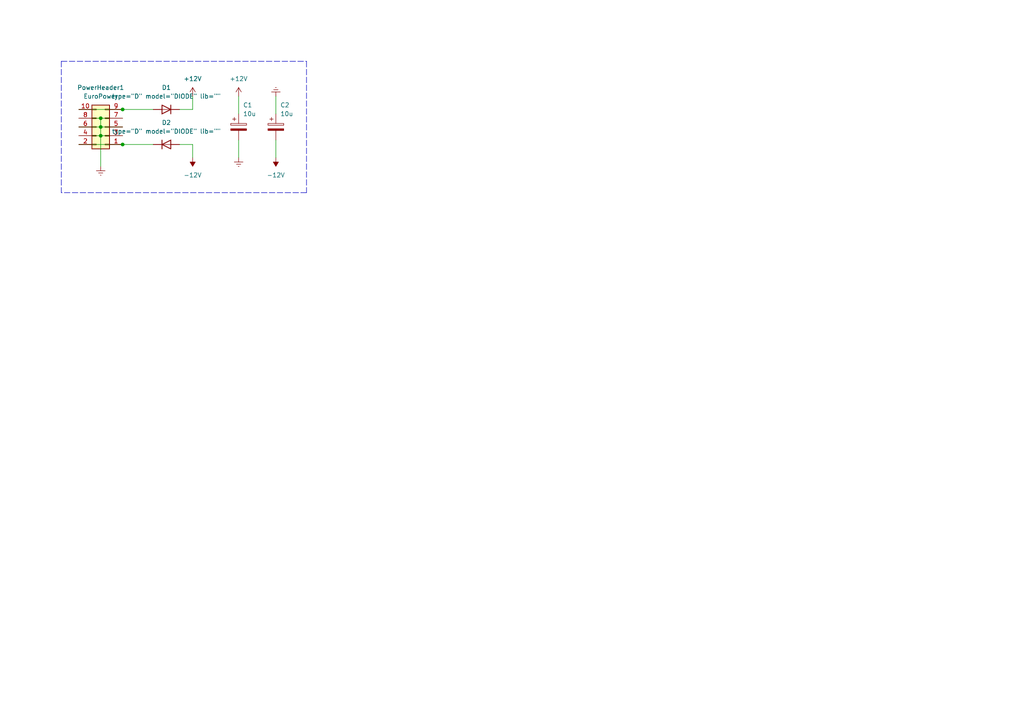
<source format=kicad_sch>
(kicad_sch (version 20211123) (generator eeschema)

  (uuid 4e861688-f76d-4846-81a3-359bef1f427a)

  (paper "A4")

  (title_block
    (title "Eurorack Module")
    (rev "0.1.0")
  )

  (lib_symbols
    (symbol "Connector_Generic:Conn_02x05_Odd_Even" (pin_names (offset 1.016) hide) (in_bom yes) (on_board yes)
      (property "Reference" "J" (id 0) (at 1.27 7.62 0)
        (effects (font (size 1.27 1.27)))
      )
      (property "Value" "Conn_02x05_Odd_Even" (id 1) (at 1.27 -7.62 0)
        (effects (font (size 1.27 1.27)))
      )
      (property "Footprint" "" (id 2) (at 0 0 0)
        (effects (font (size 1.27 1.27)) hide)
      )
      (property "Datasheet" "~" (id 3) (at 0 0 0)
        (effects (font (size 1.27 1.27)) hide)
      )
      (property "ki_keywords" "connector" (id 4) (at 0 0 0)
        (effects (font (size 1.27 1.27)) hide)
      )
      (property "ki_description" "Generic connector, double row, 02x05, odd/even pin numbering scheme (row 1 odd numbers, row 2 even numbers), script generated (kicad-library-utils/schlib/autogen/connector/)" (id 5) (at 0 0 0)
        (effects (font (size 1.27 1.27)) hide)
      )
      (property "ki_fp_filters" "Connector*:*_2x??_*" (id 6) (at 0 0 0)
        (effects (font (size 1.27 1.27)) hide)
      )
      (symbol "Conn_02x05_Odd_Even_1_1"
        (rectangle (start -1.27 -4.953) (end 0 -5.207)
          (stroke (width 0.1524) (type default) (color 0 0 0 0))
          (fill (type none))
        )
        (rectangle (start -1.27 -2.413) (end 0 -2.667)
          (stroke (width 0.1524) (type default) (color 0 0 0 0))
          (fill (type none))
        )
        (rectangle (start -1.27 0.127) (end 0 -0.127)
          (stroke (width 0.1524) (type default) (color 0 0 0 0))
          (fill (type none))
        )
        (rectangle (start -1.27 2.667) (end 0 2.413)
          (stroke (width 0.1524) (type default) (color 0 0 0 0))
          (fill (type none))
        )
        (rectangle (start -1.27 5.207) (end 0 4.953)
          (stroke (width 0.1524) (type default) (color 0 0 0 0))
          (fill (type none))
        )
        (rectangle (start -1.27 6.35) (end 3.81 -6.35)
          (stroke (width 0.254) (type default) (color 0 0 0 0))
          (fill (type background))
        )
        (rectangle (start 3.81 -4.953) (end 2.54 -5.207)
          (stroke (width 0.1524) (type default) (color 0 0 0 0))
          (fill (type none))
        )
        (rectangle (start 3.81 -2.413) (end 2.54 -2.667)
          (stroke (width 0.1524) (type default) (color 0 0 0 0))
          (fill (type none))
        )
        (rectangle (start 3.81 0.127) (end 2.54 -0.127)
          (stroke (width 0.1524) (type default) (color 0 0 0 0))
          (fill (type none))
        )
        (rectangle (start 3.81 2.667) (end 2.54 2.413)
          (stroke (width 0.1524) (type default) (color 0 0 0 0))
          (fill (type none))
        )
        (rectangle (start 3.81 5.207) (end 2.54 4.953)
          (stroke (width 0.1524) (type default) (color 0 0 0 0))
          (fill (type none))
        )
        (pin passive line (at -5.08 5.08 0) (length 3.81)
          (name "Pin_1" (effects (font (size 1.27 1.27))))
          (number "1" (effects (font (size 1.27 1.27))))
        )
        (pin passive line (at 7.62 -5.08 180) (length 3.81)
          (name "Pin_10" (effects (font (size 1.27 1.27))))
          (number "10" (effects (font (size 1.27 1.27))))
        )
        (pin passive line (at 7.62 5.08 180) (length 3.81)
          (name "Pin_2" (effects (font (size 1.27 1.27))))
          (number "2" (effects (font (size 1.27 1.27))))
        )
        (pin passive line (at -5.08 2.54 0) (length 3.81)
          (name "Pin_3" (effects (font (size 1.27 1.27))))
          (number "3" (effects (font (size 1.27 1.27))))
        )
        (pin passive line (at 7.62 2.54 180) (length 3.81)
          (name "Pin_4" (effects (font (size 1.27 1.27))))
          (number "4" (effects (font (size 1.27 1.27))))
        )
        (pin passive line (at -5.08 0 0) (length 3.81)
          (name "Pin_5" (effects (font (size 1.27 1.27))))
          (number "5" (effects (font (size 1.27 1.27))))
        )
        (pin passive line (at 7.62 0 180) (length 3.81)
          (name "Pin_6" (effects (font (size 1.27 1.27))))
          (number "6" (effects (font (size 1.27 1.27))))
        )
        (pin passive line (at -5.08 -2.54 0) (length 3.81)
          (name "Pin_7" (effects (font (size 1.27 1.27))))
          (number "7" (effects (font (size 1.27 1.27))))
        )
        (pin passive line (at 7.62 -2.54 180) (length 3.81)
          (name "Pin_8" (effects (font (size 1.27 1.27))))
          (number "8" (effects (font (size 1.27 1.27))))
        )
        (pin passive line (at -5.08 -5.08 0) (length 3.81)
          (name "Pin_9" (effects (font (size 1.27 1.27))))
          (number "9" (effects (font (size 1.27 1.27))))
        )
      )
    )
    (symbol "Device:C_Polarized" (pin_numbers hide) (pin_names (offset 0.254)) (in_bom yes) (on_board yes)
      (property "Reference" "C" (id 0) (at 0.635 2.54 0)
        (effects (font (size 1.27 1.27)) (justify left))
      )
      (property "Value" "C_Polarized" (id 1) (at 0.635 -2.54 0)
        (effects (font (size 1.27 1.27)) (justify left))
      )
      (property "Footprint" "" (id 2) (at 0.9652 -3.81 0)
        (effects (font (size 1.27 1.27)) hide)
      )
      (property "Datasheet" "~" (id 3) (at 0 0 0)
        (effects (font (size 1.27 1.27)) hide)
      )
      (property "ki_keywords" "cap capacitor" (id 4) (at 0 0 0)
        (effects (font (size 1.27 1.27)) hide)
      )
      (property "ki_description" "Polarized capacitor" (id 5) (at 0 0 0)
        (effects (font (size 1.27 1.27)) hide)
      )
      (property "ki_fp_filters" "CP_*" (id 6) (at 0 0 0)
        (effects (font (size 1.27 1.27)) hide)
      )
      (symbol "C_Polarized_0_1"
        (rectangle (start -2.286 0.508) (end 2.286 1.016)
          (stroke (width 0) (type default) (color 0 0 0 0))
          (fill (type none))
        )
        (polyline
          (pts
            (xy -1.778 2.286)
            (xy -0.762 2.286)
          )
          (stroke (width 0) (type default) (color 0 0 0 0))
          (fill (type none))
        )
        (polyline
          (pts
            (xy -1.27 2.794)
            (xy -1.27 1.778)
          )
          (stroke (width 0) (type default) (color 0 0 0 0))
          (fill (type none))
        )
        (rectangle (start 2.286 -0.508) (end -2.286 -1.016)
          (stroke (width 0) (type default) (color 0 0 0 0))
          (fill (type outline))
        )
      )
      (symbol "C_Polarized_1_1"
        (pin passive line (at 0 3.81 270) (length 2.794)
          (name "~" (effects (font (size 1.27 1.27))))
          (number "1" (effects (font (size 1.27 1.27))))
        )
        (pin passive line (at 0 -3.81 90) (length 2.794)
          (name "~" (effects (font (size 1.27 1.27))))
          (number "2" (effects (font (size 1.27 1.27))))
        )
      )
    )
    (symbol "Simulation_SPICE:DIODE" (pin_numbers hide) (pin_names (offset 1.016) hide) (in_bom yes) (on_board yes)
      (property "Reference" "D" (id 0) (at 0 2.54 0)
        (effects (font (size 1.27 1.27)))
      )
      (property "Value" "DIODE" (id 1) (at 0 -2.54 0)
        (effects (font (size 1.27 1.27)))
      )
      (property "Footprint" "" (id 2) (at 0 0 0)
        (effects (font (size 1.27 1.27)) hide)
      )
      (property "Datasheet" "~" (id 3) (at 0 0 0)
        (effects (font (size 1.27 1.27)) hide)
      )
      (property "Spice_Netlist_Enabled" "Y" (id 4) (at 0 0 0)
        (effects (font (size 1.27 1.27)) (justify left) hide)
      )
      (property "Spice_Primitive" "D" (id 5) (at 0 0 0)
        (effects (font (size 1.27 1.27)) (justify left) hide)
      )
      (property "ki_keywords" "simulation" (id 6) (at 0 0 0)
        (effects (font (size 1.27 1.27)) hide)
      )
      (property "ki_description" "Diode, anode on pin 1, for simulation only!" (id 7) (at 0 0 0)
        (effects (font (size 1.27 1.27)) hide)
      )
      (symbol "DIODE_0_1"
        (polyline
          (pts
            (xy 1.27 0)
            (xy -1.27 0)
          )
          (stroke (width 0) (type default) (color 0 0 0 0))
          (fill (type none))
        )
        (polyline
          (pts
            (xy 1.27 1.27)
            (xy 1.27 -1.27)
          )
          (stroke (width 0.254) (type default) (color 0 0 0 0))
          (fill (type none))
        )
        (polyline
          (pts
            (xy -1.27 -1.27)
            (xy -1.27 1.27)
            (xy 1.27 0)
            (xy -1.27 -1.27)
          )
          (stroke (width 0.254) (type default) (color 0 0 0 0))
          (fill (type none))
        )
      )
      (symbol "DIODE_1_1"
        (pin passive line (at -3.81 0 0) (length 2.54)
          (name "A" (effects (font (size 1.27 1.27))))
          (number "1" (effects (font (size 1.27 1.27))))
        )
        (pin passive line (at 3.81 0 180) (length 2.54)
          (name "K" (effects (font (size 1.27 1.27))))
          (number "2" (effects (font (size 1.27 1.27))))
        )
      )
    )
    (symbol "power:+12V" (power) (pin_names (offset 0)) (in_bom yes) (on_board yes)
      (property "Reference" "#PWR" (id 0) (at 0 -3.81 0)
        (effects (font (size 1.27 1.27)) hide)
      )
      (property "Value" "+12V" (id 1) (at 0 3.556 0)
        (effects (font (size 1.27 1.27)))
      )
      (property "Footprint" "" (id 2) (at 0 0 0)
        (effects (font (size 1.27 1.27)) hide)
      )
      (property "Datasheet" "" (id 3) (at 0 0 0)
        (effects (font (size 1.27 1.27)) hide)
      )
      (property "ki_keywords" "power-flag" (id 4) (at 0 0 0)
        (effects (font (size 1.27 1.27)) hide)
      )
      (property "ki_description" "Power symbol creates a global label with name \"+12V\"" (id 5) (at 0 0 0)
        (effects (font (size 1.27 1.27)) hide)
      )
      (symbol "+12V_0_1"
        (polyline
          (pts
            (xy -0.762 1.27)
            (xy 0 2.54)
          )
          (stroke (width 0) (type default) (color 0 0 0 0))
          (fill (type none))
        )
        (polyline
          (pts
            (xy 0 0)
            (xy 0 2.54)
          )
          (stroke (width 0) (type default) (color 0 0 0 0))
          (fill (type none))
        )
        (polyline
          (pts
            (xy 0 2.54)
            (xy 0.762 1.27)
          )
          (stroke (width 0) (type default) (color 0 0 0 0))
          (fill (type none))
        )
      )
      (symbol "+12V_1_1"
        (pin power_in line (at 0 0 90) (length 0) hide
          (name "+12V" (effects (font (size 1.27 1.27))))
          (number "1" (effects (font (size 1.27 1.27))))
        )
      )
    )
    (symbol "power:-12V" (power) (pin_names (offset 0)) (in_bom yes) (on_board yes)
      (property "Reference" "#PWR" (id 0) (at 0 2.54 0)
        (effects (font (size 1.27 1.27)) hide)
      )
      (property "Value" "-12V" (id 1) (at 0 3.81 0)
        (effects (font (size 1.27 1.27)))
      )
      (property "Footprint" "" (id 2) (at 0 0 0)
        (effects (font (size 1.27 1.27)) hide)
      )
      (property "Datasheet" "" (id 3) (at 0 0 0)
        (effects (font (size 1.27 1.27)) hide)
      )
      (property "ki_keywords" "power-flag" (id 4) (at 0 0 0)
        (effects (font (size 1.27 1.27)) hide)
      )
      (property "ki_description" "Power symbol creates a global label with name \"-12V\"" (id 5) (at 0 0 0)
        (effects (font (size 1.27 1.27)) hide)
      )
      (symbol "-12V_0_0"
        (pin power_in line (at 0 0 90) (length 0) hide
          (name "-12V" (effects (font (size 1.27 1.27))))
          (number "1" (effects (font (size 1.27 1.27))))
        )
      )
      (symbol "-12V_0_1"
        (polyline
          (pts
            (xy 0 0)
            (xy 0 1.27)
            (xy 0.762 1.27)
            (xy 0 2.54)
            (xy -0.762 1.27)
            (xy 0 1.27)
          )
          (stroke (width 0) (type default) (color 0 0 0 0))
          (fill (type outline))
        )
      )
    )
    (symbol "power:Earth" (power) (pin_names (offset 0)) (in_bom yes) (on_board yes)
      (property "Reference" "#PWR" (id 0) (at 0 -6.35 0)
        (effects (font (size 1.27 1.27)) hide)
      )
      (property "Value" "Earth" (id 1) (at 0 -3.81 0)
        (effects (font (size 1.27 1.27)) hide)
      )
      (property "Footprint" "" (id 2) (at 0 0 0)
        (effects (font (size 1.27 1.27)) hide)
      )
      (property "Datasheet" "~" (id 3) (at 0 0 0)
        (effects (font (size 1.27 1.27)) hide)
      )
      (property "ki_keywords" "power-flag ground gnd" (id 4) (at 0 0 0)
        (effects (font (size 1.27 1.27)) hide)
      )
      (property "ki_description" "Power symbol creates a global label with name \"Earth\"" (id 5) (at 0 0 0)
        (effects (font (size 1.27 1.27)) hide)
      )
      (symbol "Earth_0_1"
        (polyline
          (pts
            (xy -0.635 -1.905)
            (xy 0.635 -1.905)
          )
          (stroke (width 0) (type default) (color 0 0 0 0))
          (fill (type none))
        )
        (polyline
          (pts
            (xy -0.127 -2.54)
            (xy 0.127 -2.54)
          )
          (stroke (width 0) (type default) (color 0 0 0 0))
          (fill (type none))
        )
        (polyline
          (pts
            (xy 0 -1.27)
            (xy 0 0)
          )
          (stroke (width 0) (type default) (color 0 0 0 0))
          (fill (type none))
        )
        (polyline
          (pts
            (xy 1.27 -1.27)
            (xy -1.27 -1.27)
          )
          (stroke (width 0) (type default) (color 0 0 0 0))
          (fill (type none))
        )
      )
      (symbol "Earth_1_1"
        (pin power_in line (at 0 0 270) (length 0) hide
          (name "Earth" (effects (font (size 1.27 1.27))))
          (number "1" (effects (font (size 1.27 1.27))))
        )
      )
    )
  )

  (junction (at 29.21 34.29) (diameter 0) (color 0 0 0 0)
    (uuid 3ae98a70-72b8-4d72-8f0c-ecef7b1ca6d6)
  )
  (junction (at 29.21 36.83) (diameter 0) (color 0 0 0 0)
    (uuid 43d030b0-c46c-4448-bc9e-987f12c7559d)
  )
  (junction (at 35.56 41.91) (diameter 0) (color 0 0 0 0)
    (uuid 51aef7ea-783f-44d5-8cab-9faf10da9064)
  )
  (junction (at 29.21 39.37) (diameter 0) (color 0 0 0 0)
    (uuid b75ad8c5-9f55-49ef-9af8-7ab1b11ab9d4)
  )
  (junction (at 35.56 31.75) (diameter 0) (color 0 0 0 0)
    (uuid f930fa91-6adf-4e04-b42b-e0932fc06543)
  )

  (wire (pts (xy 52.07 41.91) (xy 55.88 41.91))
    (stroke (width 0) (type default) (color 0 0 0 0))
    (uuid 02bac189-ce88-4201-a986-e602f9553dc1)
  )
  (wire (pts (xy 55.88 45.72) (xy 55.88 41.91))
    (stroke (width 0) (type default) (color 0 0 0 0))
    (uuid 226e6848-5ca6-48e1-bb24-ee9637a3e720)
  )
  (wire (pts (xy 35.56 41.91) (xy 44.45 41.91))
    (stroke (width 0) (type default) (color 0 0 0 0))
    (uuid 23b2684a-2e45-4486-8777-c94a6d847baf)
  )
  (wire (pts (xy 29.21 36.83) (xy 29.21 39.37))
    (stroke (width 0) (type default) (color 0 0 0 0))
    (uuid 2415f537-fa6d-4c04-bd97-00b9f7ab939d)
  )
  (wire (pts (xy 22.86 41.91) (xy 35.56 41.91))
    (stroke (width 0) (type default) (color 0 0 0 0))
    (uuid 32a2f93b-16df-4770-bc80-527fdb2ae15f)
  )
  (wire (pts (xy 69.215 27.94) (xy 69.215 33.02))
    (stroke (width 0) (type default) (color 0 0 0 0))
    (uuid 3c6ce34b-07ed-4efb-887e-8dcc88f1612e)
  )
  (wire (pts (xy 52.07 31.75) (xy 55.88 31.75))
    (stroke (width 0) (type default) (color 0 0 0 0))
    (uuid 45580b2c-f853-4bae-b48d-8b2b7a8c9649)
  )
  (polyline (pts (xy 88.9 17.78) (xy 88.9 55.88))
    (stroke (width 0) (type default) (color 0 0 0 0))
    (uuid 5004ed87-3cd4-4434-baaa-6d32d2d2ca2d)
  )

  (wire (pts (xy 69.215 40.64) (xy 69.215 45.72))
    (stroke (width 0) (type default) (color 0 0 0 0))
    (uuid 55682d2e-622c-420d-9c4c-b25e379c0cee)
  )
  (polyline (pts (xy 17.78 17.78) (xy 88.9 17.78))
    (stroke (width 0) (type default) (color 0 0 0 0))
    (uuid 563f85d4-f8de-4697-9b32-e9fe5b1254e4)
  )

  (wire (pts (xy 35.56 31.75) (xy 44.45 31.75))
    (stroke (width 0) (type default) (color 0 0 0 0))
    (uuid 58d7fa4b-9912-4b07-bc12-5c063b15dc64)
  )
  (wire (pts (xy 29.21 34.29) (xy 35.56 34.29))
    (stroke (width 0) (type default) (color 0 0 0 0))
    (uuid 5b77bfad-fdd5-4e7d-86ed-ad21fd1ee4e0)
  )
  (wire (pts (xy 22.86 36.83) (xy 29.21 36.83))
    (stroke (width 0) (type default) (color 0 0 0 0))
    (uuid 716698ac-ed16-401e-958b-a147596def51)
  )
  (wire (pts (xy 22.86 39.37) (xy 29.21 39.37))
    (stroke (width 0) (type default) (color 0 0 0 0))
    (uuid 748d63ca-ef14-4e90-85ec-56619f2bea16)
  )
  (polyline (pts (xy 88.9 55.88) (xy 17.78 55.88))
    (stroke (width 0) (type default) (color 0 0 0 0))
    (uuid 7b84286c-cff3-42c8-b437-ba3279b21ed3)
  )

  (wire (pts (xy 80.01 27.94) (xy 80.01 33.02))
    (stroke (width 0) (type default) (color 0 0 0 0))
    (uuid 88d47af8-f385-41c3-a158-4c2020d5a72a)
  )
  (wire (pts (xy 29.21 36.83) (xy 35.56 36.83))
    (stroke (width 0) (type default) (color 0 0 0 0))
    (uuid b10dfd5a-5d78-45f7-bb38-39704568a3b6)
  )
  (wire (pts (xy 22.86 31.75) (xy 35.56 31.75))
    (stroke (width 0) (type default) (color 0 0 0 0))
    (uuid bad86c5b-550c-459d-ae24-5ea963bd342c)
  )
  (wire (pts (xy 80.01 40.64) (xy 80.01 45.72))
    (stroke (width 0) (type default) (color 0 0 0 0))
    (uuid c5500aa7-533e-4660-a458-6bb3014c7d4e)
  )
  (wire (pts (xy 29.21 39.37) (xy 35.56 39.37))
    (stroke (width 0) (type default) (color 0 0 0 0))
    (uuid d4afa5e8-9757-447e-9a26-66d5df023d71)
  )
  (wire (pts (xy 29.21 39.37) (xy 29.21 48.26))
    (stroke (width 0) (type default) (color 0 0 0 0))
    (uuid d6ba3164-fde5-407c-b20d-e6bb69620a1b)
  )
  (wire (pts (xy 29.21 34.29) (xy 29.21 36.83))
    (stroke (width 0) (type default) (color 0 0 0 0))
    (uuid d9c9046c-34c5-4cac-9cb3-760e2219db2a)
  )
  (wire (pts (xy 22.86 34.29) (xy 29.21 34.29))
    (stroke (width 0) (type default) (color 0 0 0 0))
    (uuid dcc8b3c7-e00a-4c96-92c3-7cf68574fa70)
  )
  (wire (pts (xy 55.88 27.94) (xy 55.88 31.75))
    (stroke (width 0) (type default) (color 0 0 0 0))
    (uuid f0305a19-1293-46c9-9810-aa49b8dab8a4)
  )
  (polyline (pts (xy 17.78 17.78) (xy 17.78 55.88))
    (stroke (width 0) (type default) (color 0 0 0 0))
    (uuid f3a73e3b-f743-410a-8115-6e7ed9e47b3f)
  )

  (symbol (lib_id "power:Earth") (at 29.21 48.26 0) (unit 1)
    (in_bom yes) (on_board yes) (fields_autoplaced)
    (uuid 06bccb0b-2f4b-4092-834b-3871294199da)
    (property "Reference" "#PWR0107" (id 0) (at 29.21 54.61 0)
      (effects (font (size 1.27 1.27)) hide)
    )
    (property "Value" "Earth" (id 1) (at 29.21 52.07 0)
      (effects (font (size 1.27 1.27)) hide)
    )
    (property "Footprint" "" (id 2) (at 29.21 48.26 0)
      (effects (font (size 1.27 1.27)) hide)
    )
    (property "Datasheet" "~" (id 3) (at 29.21 48.26 0)
      (effects (font (size 1.27 1.27)) hide)
    )
    (pin "1" (uuid f603df29-ba7f-4366-8b24-7592d4086934))
  )

  (symbol (lib_id "power:+12V") (at 55.88 27.94 0) (unit 1)
    (in_bom yes) (on_board yes) (fields_autoplaced)
    (uuid 1d5c7df0-522c-4a10-9a69-07abea9a1183)
    (property "Reference" "#PWR0105" (id 0) (at 55.88 31.75 0)
      (effects (font (size 1.27 1.27)) hide)
    )
    (property "Value" "+12V" (id 1) (at 55.88 22.86 0))
    (property "Footprint" "" (id 2) (at 55.88 27.94 0)
      (effects (font (size 1.27 1.27)) hide)
    )
    (property "Datasheet" "" (id 3) (at 55.88 27.94 0)
      (effects (font (size 1.27 1.27)) hide)
    )
    (pin "1" (uuid ee19307b-ab88-4d6f-9dfb-4149660b5a08))
  )

  (symbol (lib_id "power:Earth") (at 80.01 27.94 180) (unit 1)
    (in_bom yes) (on_board yes) (fields_autoplaced)
    (uuid 4dee428b-9873-45f7-9e00-b3849b95bf1c)
    (property "Reference" "#PWR0104" (id 0) (at 80.01 21.59 0)
      (effects (font (size 1.27 1.27)) hide)
    )
    (property "Value" "Earth" (id 1) (at 80.01 24.13 0)
      (effects (font (size 1.27 1.27)) hide)
    )
    (property "Footprint" "" (id 2) (at 80.01 27.94 0)
      (effects (font (size 1.27 1.27)) hide)
    )
    (property "Datasheet" "~" (id 3) (at 80.01 27.94 0)
      (effects (font (size 1.27 1.27)) hide)
    )
    (pin "1" (uuid c96c3a49-3f05-45b3-9f34-07e1339feb50))
  )

  (symbol (lib_id "power:-12V") (at 55.88 45.72 180) (unit 1)
    (in_bom yes) (on_board yes) (fields_autoplaced)
    (uuid 6bd7efd5-74f5-4b09-8bb7-5762073a2f78)
    (property "Reference" "#PWR0101" (id 0) (at 55.88 48.26 0)
      (effects (font (size 1.27 1.27)) hide)
    )
    (property "Value" "-12V" (id 1) (at 55.88 50.8 0))
    (property "Footprint" "" (id 2) (at 55.88 45.72 0)
      (effects (font (size 1.27 1.27)) hide)
    )
    (property "Datasheet" "" (id 3) (at 55.88 45.72 0)
      (effects (font (size 1.27 1.27)) hide)
    )
    (pin "1" (uuid f1926e02-3170-4727-853e-1c4f3bbf137d))
  )

  (symbol (lib_id "power:-12V") (at 80.01 45.72 180) (unit 1)
    (in_bom yes) (on_board yes) (fields_autoplaced)
    (uuid 738c73ca-416f-4cdc-b135-180d4d696484)
    (property "Reference" "#PWR0102" (id 0) (at 80.01 48.26 0)
      (effects (font (size 1.27 1.27)) hide)
    )
    (property "Value" "-12V" (id 1) (at 80.01 50.8 0))
    (property "Footprint" "" (id 2) (at 80.01 45.72 0)
      (effects (font (size 1.27 1.27)) hide)
    )
    (property "Datasheet" "" (id 3) (at 80.01 45.72 0)
      (effects (font (size 1.27 1.27)) hide)
    )
    (pin "1" (uuid 7590e24b-577c-4fcd-9e1f-ab45b189df19))
  )

  (symbol (lib_id "Device:C_Polarized") (at 69.215 36.83 0) (unit 1)
    (in_bom yes) (on_board yes)
    (uuid 8b31a9ad-c09d-47b9-beaa-1384fac3ffb7)
    (property "Reference" "C1" (id 0) (at 70.485 30.48 0)
      (effects (font (size 1.27 1.27)) (justify left))
    )
    (property "Value" "10u" (id 1) (at 70.485 33.02 0)
      (effects (font (size 1.27 1.27)) (justify left))
    )
    (property "Footprint" "Capacitor_THT:CP_Radial_D5.0mm_P2.50mm" (id 2) (at 70.1802 40.64 0)
      (effects (font (size 1.27 1.27)) hide)
    )
    (property "Datasheet" "~" (id 3) (at 69.215 36.83 0)
      (effects (font (size 1.27 1.27)) hide)
    )
    (pin "1" (uuid 5ed661fa-d25a-413c-8f9b-894484c176c8))
    (pin "2" (uuid a6d8eddd-c1b7-4ec6-be66-ae5ff2fbee45))
  )

  (symbol (lib_id "Device:C_Polarized") (at 80.01 36.83 0) (unit 1)
    (in_bom yes) (on_board yes)
    (uuid 9569f35a-5d83-4bd3-8b6f-04dd6bf8bb08)
    (property "Reference" "C2" (id 0) (at 81.28 30.48 0)
      (effects (font (size 1.27 1.27)) (justify left))
    )
    (property "Value" "10u" (id 1) (at 81.28 33.02 0)
      (effects (font (size 1.27 1.27)) (justify left))
    )
    (property "Footprint" "Capacitor_THT:CP_Radial_D5.0mm_P2.50mm" (id 2) (at 80.9752 40.64 0)
      (effects (font (size 1.27 1.27)) hide)
    )
    (property "Datasheet" "~" (id 3) (at 80.01 36.83 0)
      (effects (font (size 1.27 1.27)) hide)
    )
    (pin "1" (uuid a95d1158-4fd7-4b29-842d-f674925ed1fa))
    (pin "2" (uuid 1a65f33c-7c56-44cc-9cf1-6ac54f672e8b))
  )

  (symbol (lib_id "power:+12V") (at 69.215 27.94 0) (unit 1)
    (in_bom yes) (on_board yes) (fields_autoplaced)
    (uuid bdf0e688-b15d-45d8-a79c-81e4aaf38323)
    (property "Reference" "#PWR0106" (id 0) (at 69.215 31.75 0)
      (effects (font (size 1.27 1.27)) hide)
    )
    (property "Value" "+12V" (id 1) (at 69.215 22.86 0))
    (property "Footprint" "" (id 2) (at 69.215 27.94 0)
      (effects (font (size 1.27 1.27)) hide)
    )
    (property "Datasheet" "" (id 3) (at 69.215 27.94 0)
      (effects (font (size 1.27 1.27)) hide)
    )
    (pin "1" (uuid 2eb44e1a-4042-4ea6-aca2-4836a6ec84e9))
  )

  (symbol (lib_id "Simulation_SPICE:DIODE") (at 48.26 41.91 180) (unit 1)
    (in_bom yes) (on_board yes) (fields_autoplaced)
    (uuid d44cf594-638f-424d-936a-6e9ed7c314ce)
    (property "Reference" "D2" (id 0) (at 48.26 35.56 0))
    (property "Value" "DIODE" (id 1) (at 48.26 38.1 0))
    (property "Footprint" "Diode_THT:D_DO-41_SOD81_P10.16mm_Horizontal" (id 2) (at 48.26 41.91 0)
      (effects (font (size 1.27 1.27)) hide)
    )
    (property "Datasheet" "~" (id 3) (at 48.26 41.91 0)
      (effects (font (size 1.27 1.27)) hide)
    )
    (property "Spice_Netlist_Enabled" "Y" (id 4) (at 48.26 41.91 0)
      (effects (font (size 1.27 1.27)) (justify left) hide)
    )
    (property "Spice_Primitive" "D" (id 5) (at 48.26 41.91 0)
      (effects (font (size 1.27 1.27)) (justify left) hide)
    )
    (pin "1" (uuid f90672d0-2ca8-4eaf-98ba-17042306fced))
    (pin "2" (uuid ebcfdf36-110d-4f79-9de0-e4fcd76c1d6e))
  )

  (symbol (lib_id "Simulation_SPICE:DIODE") (at 48.26 31.75 0) (unit 1)
    (in_bom yes) (on_board yes) (fields_autoplaced)
    (uuid d7ca4669-23a4-4571-85ab-fbd03c4b29b9)
    (property "Reference" "D1" (id 0) (at 48.26 25.4 0))
    (property "Value" "DIODE" (id 1) (at 48.26 27.94 0))
    (property "Footprint" "Diode_THT:D_DO-41_SOD81_P10.16mm_Horizontal" (id 2) (at 48.26 31.75 0)
      (effects (font (size 1.27 1.27)) hide)
    )
    (property "Datasheet" "~" (id 3) (at 48.26 31.75 0)
      (effects (font (size 1.27 1.27)) hide)
    )
    (property "Spice_Netlist_Enabled" "Y" (id 4) (at 48.26 31.75 0)
      (effects (font (size 1.27 1.27)) (justify left) hide)
    )
    (property "Spice_Primitive" "D" (id 5) (at 48.26 31.75 0)
      (effects (font (size 1.27 1.27)) (justify left) hide)
    )
    (pin "1" (uuid 7af1455e-5ab2-4286-8c74-1c6dee563208))
    (pin "2" (uuid 35fc5917-85ed-430a-af29-e1aaa9fddb54))
  )

  (symbol (lib_id "Connector_Generic:Conn_02x05_Odd_Even") (at 30.48 36.83 180) (unit 1)
    (in_bom yes) (on_board yes) (fields_autoplaced)
    (uuid eb15020f-39fa-457e-8bb2-2cd2948845ca)
    (property "Reference" "PowerHeader1" (id 0) (at 29.21 25.4 0))
    (property "Value" "EuroPower" (id 1) (at 29.21 27.94 0))
    (property "Footprint" "Eurorack:Eurorack Power Header" (id 2) (at 30.48 36.83 0)
      (effects (font (size 1.27 1.27)) hide)
    )
    (property "Datasheet" "~" (id 3) (at 30.48 36.83 0)
      (effects (font (size 1.27 1.27)) hide)
    )
    (pin "1" (uuid 582bf52d-f931-4c83-b941-f1087e1fcfee))
    (pin "10" (uuid f7aa75c5-0bfb-4814-b8eb-5f8a9a128aa9))
    (pin "2" (uuid 66cddf54-c141-4b9d-b300-069491227c2d))
    (pin "3" (uuid 9dffc0da-762b-42b7-80b1-72a451bb294f))
    (pin "4" (uuid a8e78b6b-5175-49a4-b7f2-c08b88186745))
    (pin "5" (uuid 5f10ab2e-0baa-42eb-b877-7c3c9e704ef3))
    (pin "6" (uuid 65fd9534-1b91-42a6-8ecd-7a42d8ae4ade))
    (pin "7" (uuid 775b50f1-c021-45e5-b4f4-3da4bfa305be))
    (pin "8" (uuid 2e7f3dd4-50ff-427a-80eb-8563e69a085c))
    (pin "9" (uuid 27101d2b-1f80-4d40-be5b-78bdcb31c291))
  )

  (symbol (lib_id "power:Earth") (at 69.215 45.72 0) (unit 1)
    (in_bom yes) (on_board yes) (fields_autoplaced)
    (uuid f9bc0e2e-b866-4474-96af-9520a16e439e)
    (property "Reference" "#PWR0103" (id 0) (at 69.215 52.07 0)
      (effects (font (size 1.27 1.27)) hide)
    )
    (property "Value" "Earth" (id 1) (at 69.215 49.53 0)
      (effects (font (size 1.27 1.27)) hide)
    )
    (property "Footprint" "" (id 2) (at 69.215 45.72 0)
      (effects (font (size 1.27 1.27)) hide)
    )
    (property "Datasheet" "~" (id 3) (at 69.215 45.72 0)
      (effects (font (size 1.27 1.27)) hide)
    )
    (pin "1" (uuid 42460404-dc50-4148-9d5f-cac0b90af438))
  )

  (sheet_instances
    (path "/" (page "1"))
  )

  (symbol_instances
    (path "/6bd7efd5-74f5-4b09-8bb7-5762073a2f78"
      (reference "#PWR0101") (unit 1) (value "-12V") (footprint "")
    )
    (path "/738c73ca-416f-4cdc-b135-180d4d696484"
      (reference "#PWR0102") (unit 1) (value "-12V") (footprint "")
    )
    (path "/f9bc0e2e-b866-4474-96af-9520a16e439e"
      (reference "#PWR0103") (unit 1) (value "Earth") (footprint "")
    )
    (path "/4dee428b-9873-45f7-9e00-b3849b95bf1c"
      (reference "#PWR0104") (unit 1) (value "Earth") (footprint "")
    )
    (path "/1d5c7df0-522c-4a10-9a69-07abea9a1183"
      (reference "#PWR0105") (unit 1) (value "+12V") (footprint "")
    )
    (path "/bdf0e688-b15d-45d8-a79c-81e4aaf38323"
      (reference "#PWR0106") (unit 1) (value "+12V") (footprint "")
    )
    (path "/06bccb0b-2f4b-4092-834b-3871294199da"
      (reference "#PWR0107") (unit 1) (value "Earth") (footprint "")
    )
    (path "/8b31a9ad-c09d-47b9-beaa-1384fac3ffb7"
      (reference "C1") (unit 1) (value "10u") (footprint "Capacitor_THT:CP_Radial_D5.0mm_P2.50mm")
    )
    (path "/9569f35a-5d83-4bd3-8b6f-04dd6bf8bb08"
      (reference "C2") (unit 1) (value "10u") (footprint "Capacitor_THT:CP_Radial_D5.0mm_P2.50mm")
    )
    (path "/d7ca4669-23a4-4571-85ab-fbd03c4b29b9"
      (reference "D1") (unit 1) (value "DIODE") (footprint "Diode_THT:D_DO-41_SOD81_P10.16mm_Horizontal")
    )
    (path "/d44cf594-638f-424d-936a-6e9ed7c314ce"
      (reference "D2") (unit 1) (value "DIODE") (footprint "Diode_THT:D_DO-41_SOD81_P10.16mm_Horizontal")
    )
    (path "/eb15020f-39fa-457e-8bb2-2cd2948845ca"
      (reference "PowerHeader1") (unit 1) (value "EuroPower") (footprint "Eurorack:Eurorack Power Header")
    )
  )
)

</source>
